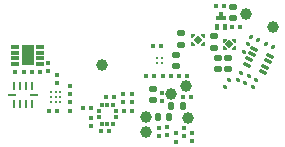
<source format=gbr>
%TF.GenerationSoftware,KiCad,Pcbnew,9.0.5*%
%TF.CreationDate,2025-10-30T22:03:55+01:00*%
%TF.ProjectId,36mm PCB,33366d6d-2050-4434-922e-6b696361645f,rev?*%
%TF.SameCoordinates,Original*%
%TF.FileFunction,Paste,Bot*%
%TF.FilePolarity,Positive*%
%FSLAX46Y46*%
G04 Gerber Fmt 4.6, Leading zero omitted, Abs format (unit mm)*
G04 Created by KiCad (PCBNEW 9.0.5) date 2025-10-30 22:03:55*
%MOMM*%
%LPD*%
G01*
G04 APERTURE LIST*
G04 Aperture macros list*
%AMRoundRect*
0 Rectangle with rounded corners*
0 $1 Rounding radius*
0 $2 $3 $4 $5 $6 $7 $8 $9 X,Y pos of 4 corners*
0 Add a 4 corners polygon primitive as box body*
4,1,4,$2,$3,$4,$5,$6,$7,$8,$9,$2,$3,0*
0 Add four circle primitives for the rounded corners*
1,1,$1+$1,$2,$3*
1,1,$1+$1,$4,$5*
1,1,$1+$1,$6,$7*
1,1,$1+$1,$8,$9*
0 Add four rect primitives between the rounded corners*
20,1,$1+$1,$2,$3,$4,$5,0*
20,1,$1+$1,$4,$5,$6,$7,0*
20,1,$1+$1,$6,$7,$8,$9,0*
20,1,$1+$1,$8,$9,$2,$3,0*%
%AMRotRect*
0 Rectangle, with rotation*
0 The origin of the aperture is its center*
0 $1 length*
0 $2 width*
0 $3 Rotation angle, in degrees counterclockwise*
0 Add horizontal line*
21,1,$1,$2,0,0,$3*%
%AMFreePoly0*
4,1,6,0.130000,-0.115000,-0.020000,-0.275000,-0.130000,-0.275000,-0.130000,0.115000,0.130000,0.115000,0.130000,-0.115000,0.130000,-0.115000,$1*%
%AMFreePoly1*
4,1,6,0.130000,-0.275000,0.020000,-0.275000,-0.130000,-0.115000,-0.130000,0.115000,0.130000,0.115000,0.130000,-0.275000,0.130000,-0.275000,$1*%
G04 Aperture macros list end*
%ADD10RoundRect,0.079500X-0.100500X0.079500X-0.100500X-0.079500X0.100500X-0.079500X0.100500X0.079500X0*%
%ADD11RoundRect,0.079500X-0.079500X-0.100500X0.079500X-0.100500X0.079500X0.100500X-0.079500X0.100500X0*%
%ADD12C,1.000000*%
%ADD13RoundRect,0.079500X0.079500X0.100500X-0.079500X0.100500X-0.079500X-0.100500X0.079500X-0.100500X0*%
%ADD14R,0.280000X0.792000*%
%ADD15R,0.250000X0.792000*%
%ADD16R,0.800000X0.250000*%
%ADD17RoundRect,0.140000X0.170000X-0.140000X0.170000X0.140000X-0.170000X0.140000X-0.170000X-0.140000X0*%
%ADD18RoundRect,0.079500X-0.114525X-0.057486X0.029578X-0.124682X0.114525X0.057486X-0.029578X0.124682X0*%
%ADD19RoundRect,0.079500X-0.057486X0.114525X-0.124682X-0.029578X0.057486X-0.114525X0.124682X0.029578X0*%
%ADD20RoundRect,0.140000X-0.170000X0.140000X-0.170000X-0.140000X0.170000X-0.140000X0.170000X0.140000X0*%
%ADD21RoundRect,0.147500X0.147500X0.172500X-0.147500X0.172500X-0.147500X-0.172500X0.147500X-0.172500X0*%
%ADD22R,0.700000X0.300000*%
%ADD23R,1.000000X1.700000*%
%ADD24RoundRect,0.079500X0.057486X-0.114525X0.124682X0.029578X-0.057486X0.114525X-0.124682X-0.029578X0*%
%ADD25RoundRect,0.140000X0.140000X0.170000X-0.140000X0.170000X-0.140000X-0.170000X0.140000X-0.170000X0*%
%ADD26RoundRect,0.050000X-0.300560X0.029815X0.216036X-0.211077X0.300560X-0.029815X-0.216036X0.211077X0*%
%ADD27C,0.215000*%
%ADD28C,0.173000*%
%ADD29FreePoly0,90.000000*%
%ADD30FreePoly1,90.000000*%
%ADD31FreePoly0,270.000000*%
%ADD32FreePoly1,270.000000*%
%ADD33RotRect,0.520000X0.520000X225.000000*%
%ADD34RoundRect,0.079500X0.100500X-0.079500X0.100500X0.079500X-0.100500X0.079500X-0.100500X-0.079500X0*%
%ADD35R,0.325000X0.300000*%
%ADD36R,0.300000X0.325000*%
%ADD37R,0.350000X0.500000*%
%ADD38R,0.900000X0.440000*%
%ADD39R,0.300000X0.340000*%
G04 APERTURE END LIST*
D10*
%TO.C,C13*%
X159080000Y-105355000D03*
X159080000Y-106045000D03*
%TD*%
D11*
%TO.C,C4*%
X146205000Y-100560000D03*
X146895000Y-100560000D03*
%TD*%
%TO.C,R18*%
X163155000Y-96830000D03*
X163845000Y-96830000D03*
%TD*%
D12*
%TO.C,TP17*%
X155890000Y-105660000D03*
%TD*%
D10*
%TO.C,C11*%
X148300000Y-100835000D03*
X148300000Y-101525000D03*
%TD*%
D13*
%TO.C,R13*%
X157955000Y-100900000D03*
X157265000Y-100900000D03*
%TD*%
D14*
%TO.C,IC8*%
X146180000Y-103291000D03*
D15*
X145680000Y-103291000D03*
X145180000Y-103291000D03*
X144680000Y-103291000D03*
D16*
X144480000Y-102550000D03*
D15*
X144680000Y-101809000D03*
X145180000Y-101809000D03*
X145680000Y-101809000D03*
X146180000Y-101809000D03*
D16*
X146380000Y-102550000D03*
%TD*%
D13*
%TO.C,R14*%
X156555000Y-100900000D03*
X155865000Y-100900000D03*
%TD*%
D17*
%TO.C,C29*%
X158820000Y-98280000D03*
X158820000Y-97320000D03*
%TD*%
D18*
%TO.C,CSPT1*%
X164747324Y-97604197D03*
X165372676Y-97895803D03*
%TD*%
D13*
%TO.C,C38*%
X159355000Y-100900000D03*
X158665000Y-100900000D03*
%TD*%
%TO.C,R5*%
X151215000Y-103680000D03*
X150525000Y-103680000D03*
%TD*%
D12*
%TO.C,TP20*%
X159280000Y-101790000D03*
%TD*%
D19*
%TO.C,R16*%
X164550565Y-100947342D03*
X164258959Y-101572694D03*
%TD*%
D20*
%TO.C,C24*%
X158390000Y-99140000D03*
X158390000Y-100100000D03*
%TD*%
D17*
%TO.C,C22*%
X163260000Y-96049999D03*
X163260000Y-95090001D03*
%TD*%
D12*
%TO.C,TP18*%
X155900000Y-104430000D03*
%TD*%
D21*
%TO.C,D2*%
X157845000Y-104450000D03*
X156875000Y-104450000D03*
%TD*%
D22*
%TO.C,IC3*%
X144800000Y-99950000D03*
X144800000Y-99450000D03*
X144800000Y-98950000D03*
X144800000Y-98450000D03*
X146900000Y-98450000D03*
X146900000Y-98950000D03*
X146900000Y-99450000D03*
X146900000Y-99950000D03*
D23*
X145850000Y-99200000D03*
%TD*%
D10*
%TO.C,R31*%
X156980000Y-105355000D03*
X156980000Y-106045000D03*
%TD*%
D24*
%TO.C,R15*%
X163628959Y-101282694D03*
X163920565Y-100657342D03*
%TD*%
D19*
%TO.C,C20*%
X165180565Y-101247342D03*
X164888959Y-101872694D03*
%TD*%
D10*
%TO.C,R10*%
X151220000Y-104525000D03*
X151220000Y-105215000D03*
%TD*%
D20*
%TO.C,C2*%
X161930000Y-99420000D03*
X161930000Y-100380000D03*
%TD*%
D25*
%TO.C,C19*%
X158980000Y-103520000D03*
X158020000Y-103520000D03*
%TD*%
D13*
%TO.C,C10*%
X152765000Y-105560000D03*
X152075000Y-105560000D03*
%TD*%
D12*
%TO.C,TP16*%
X152150000Y-100000000D03*
%TD*%
D13*
%TO.C,R17*%
X162445000Y-95010000D03*
X161755000Y-95010000D03*
%TD*%
D26*
%TO.C,TPS3424A11C13ADRLR1*%
X164402368Y-99986994D03*
X164613677Y-99533839D03*
X164824987Y-99080686D03*
X165036297Y-98627533D03*
X166377632Y-99253006D03*
X166166323Y-99706161D03*
X165955013Y-100159314D03*
X165743703Y-100612467D03*
%TD*%
D12*
%TO.C,TP19*%
X158010000Y-102460000D03*
%TD*%
%TO.C,J3*%
X166612885Y-96788273D03*
X164347115Y-95731727D03*
%TD*%
D27*
%TO.C,IC2*%
X148610000Y-103100000D03*
X148610000Y-102700000D03*
X148610000Y-102300000D03*
X148210000Y-103100000D03*
X148210000Y-102700000D03*
X148210000Y-102300000D03*
X147810000Y-103100000D03*
X147810000Y-102700000D03*
X147810000Y-102300000D03*
%TD*%
D20*
%TO.C,C35*%
X156430000Y-102050000D03*
X156430000Y-103010000D03*
%TD*%
D28*
%TO.C,IC7*%
X157210000Y-99430000D03*
X156810000Y-99430000D03*
X157210000Y-99830000D03*
X156810000Y-99830000D03*
%TD*%
D10*
%TO.C,C12*%
X159780000Y-105795000D03*
X159780000Y-106485000D03*
%TD*%
D11*
%TO.C,C14*%
X158995000Y-102710000D03*
X159685000Y-102710000D03*
%TD*%
D29*
%TO.C,LDLN025PU2*%
X159785000Y-98215000D03*
D30*
X159785000Y-97565000D03*
D31*
X160755000Y-97565000D03*
D32*
X160755000Y-98215000D03*
D33*
X160270000Y-97890000D03*
%TD*%
D11*
%TO.C,R11*%
X153985000Y-103870000D03*
X154675000Y-103870000D03*
%TD*%
D10*
%TO.C,R4*%
X149390000Y-101775000D03*
X149390000Y-102465000D03*
%TD*%
D13*
%TO.C,R9*%
X153165000Y-102740000D03*
X152475000Y-102740000D03*
%TD*%
D34*
%TO.C,C36*%
X158380000Y-106495000D03*
X158380000Y-105805000D03*
%TD*%
D29*
%TO.C,LDLN025PU1*%
X162445000Y-98585000D03*
D30*
X162445000Y-97935001D03*
D31*
X163415000Y-97935000D03*
D32*
X163415000Y-98584999D03*
D33*
X162930000Y-98260000D03*
%TD*%
D20*
%TO.C,C30*%
X161590000Y-97590000D03*
X161590000Y-98550000D03*
%TD*%
D34*
%TO.C,R29*%
X153950000Y-103165000D03*
X153950000Y-102475000D03*
%TD*%
D18*
%TO.C,CLPT1*%
X166007325Y-98194197D03*
X166632675Y-98485803D03*
%TD*%
D13*
%TO.C,C9*%
X148365000Y-103870000D03*
X147675000Y-103870000D03*
%TD*%
D34*
%TO.C,R3*%
X149390000Y-103865000D03*
X149390000Y-103175000D03*
%TD*%
D35*
%TO.C,U1*%
X151850000Y-104440000D03*
X151850000Y-103940000D03*
D36*
X152100000Y-103415000D03*
X152600000Y-103415000D03*
X153100000Y-103415000D03*
D35*
X153350000Y-103940000D03*
X153350000Y-104440000D03*
D36*
X153100000Y-104965000D03*
X152600000Y-104965000D03*
X152100000Y-104965000D03*
%TD*%
D24*
%TO.C,R27*%
X162574197Y-101902676D03*
X162865803Y-101277324D03*
%TD*%
D37*
%TO.C,Q7*%
X162525000Y-96760000D03*
X161875000Y-96760000D03*
D38*
X162200000Y-96070000D03*
D39*
X162200000Y-95680000D03*
%TD*%
D10*
%TO.C,R32*%
X147600000Y-99845000D03*
X147600000Y-100535000D03*
%TD*%
%TO.C,C37*%
X157680000Y-105275000D03*
X157680000Y-105965000D03*
%TD*%
D20*
%TO.C,C1*%
X162840000Y-99420000D03*
X162840000Y-100380000D03*
%TD*%
D11*
%TO.C,C23*%
X156445000Y-98360000D03*
X157135000Y-98360000D03*
%TD*%
D13*
%TO.C,C3*%
X145495000Y-100560000D03*
X144805000Y-100560000D03*
%TD*%
D34*
%TO.C,R28*%
X154660000Y-103165000D03*
X154660000Y-102475000D03*
%TD*%
D19*
%TO.C,C21*%
X164495803Y-98257324D03*
X164204197Y-98882676D03*
%TD*%
D12*
%TO.C,TP21*%
X159440000Y-104500000D03*
%TD*%
D10*
%TO.C,C27*%
X157240000Y-102385000D03*
X157240000Y-103075000D03*
%TD*%
M02*

</source>
